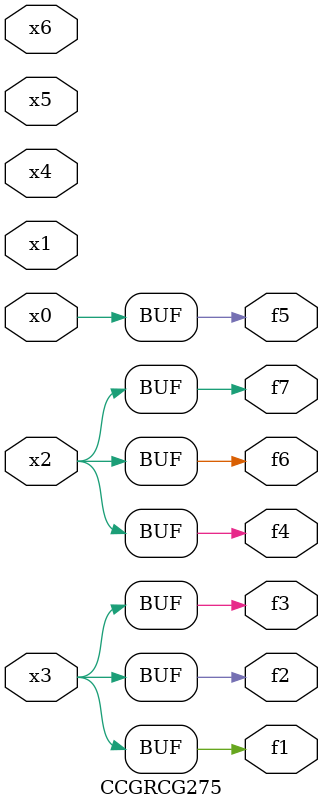
<source format=v>
module CCGRCG275(
	input x0, x1, x2, x3, x4, x5, x6,
	output f1, f2, f3, f4, f5, f6, f7
);
	assign f1 = x3;
	assign f2 = x3;
	assign f3 = x3;
	assign f4 = x2;
	assign f5 = x0;
	assign f6 = x2;
	assign f7 = x2;
endmodule

</source>
